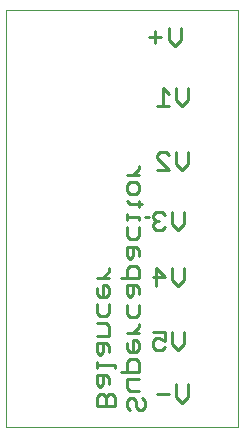
<source format=gbo>
G75*
%MOIN*%
%OFA0B0*%
%FSLAX25Y25*%
%IPPOS*%
%LPD*%
%AMOC8*
5,1,8,0,0,1.08239X$1,22.5*
%
%ADD10C,0.00000*%
%ADD11C,0.00900*%
D10*
X0001000Y0001000D02*
X0001000Y0139711D01*
X0078451Y0139711D01*
X0078451Y0001000D01*
X0001000Y0001000D01*
D11*
X0031450Y0007700D02*
X0031450Y0010753D01*
X0032468Y0011770D01*
X0033485Y0011770D01*
X0034503Y0010753D01*
X0034503Y0007700D01*
X0034503Y0010753D02*
X0035520Y0011770D01*
X0036538Y0011770D01*
X0037555Y0010753D01*
X0037555Y0007700D01*
X0031450Y0007700D01*
X0032468Y0014145D02*
X0033485Y0015163D01*
X0033485Y0018216D01*
X0034503Y0018216D02*
X0031450Y0018216D01*
X0031450Y0015163D01*
X0032468Y0014145D01*
X0035520Y0017198D02*
X0034503Y0018216D01*
X0035520Y0017198D02*
X0035520Y0015163D01*
X0037555Y0020591D02*
X0037555Y0021609D01*
X0031450Y0021609D01*
X0031450Y0022626D02*
X0031450Y0020591D01*
X0032468Y0024888D02*
X0033485Y0025906D01*
X0033485Y0028958D01*
X0034503Y0028958D02*
X0031450Y0028958D01*
X0031450Y0025906D01*
X0032468Y0024888D01*
X0035520Y0027941D02*
X0034503Y0028958D01*
X0035520Y0027941D02*
X0035520Y0025906D01*
X0035520Y0031333D02*
X0035520Y0034386D01*
X0034503Y0035404D01*
X0031450Y0035404D01*
X0032468Y0037779D02*
X0031450Y0038797D01*
X0031450Y0041849D01*
X0032468Y0044224D02*
X0031450Y0045242D01*
X0031450Y0047277D01*
X0032468Y0044224D02*
X0034503Y0044224D01*
X0035520Y0045242D01*
X0035520Y0047277D01*
X0034503Y0048295D01*
X0033485Y0048295D01*
X0033485Y0044224D01*
X0035520Y0041849D02*
X0035520Y0038797D01*
X0034503Y0037779D01*
X0032468Y0037779D01*
X0031450Y0031333D02*
X0035520Y0031333D01*
X0041450Y0032232D02*
X0045520Y0032232D01*
X0044503Y0029857D02*
X0043485Y0029857D01*
X0043485Y0025786D01*
X0042468Y0025786D02*
X0044503Y0025786D01*
X0045520Y0026804D01*
X0045520Y0028839D01*
X0044503Y0029857D01*
X0043485Y0032232D02*
X0045520Y0034267D01*
X0045520Y0035285D01*
X0044503Y0037603D02*
X0042468Y0037603D01*
X0041450Y0038621D01*
X0041450Y0041673D01*
X0042468Y0044049D02*
X0041450Y0045066D01*
X0041450Y0048119D01*
X0044503Y0048119D01*
X0045520Y0047101D01*
X0045520Y0045066D01*
X0045520Y0041673D02*
X0045520Y0038621D01*
X0044503Y0037603D01*
X0042468Y0044049D02*
X0043485Y0045066D01*
X0043485Y0048119D01*
X0041450Y0050494D02*
X0041450Y0053547D01*
X0042468Y0054564D01*
X0044503Y0054564D01*
X0045520Y0053547D01*
X0045520Y0050494D01*
X0039415Y0050494D01*
X0035520Y0050670D02*
X0031450Y0050670D01*
X0033485Y0050670D02*
X0035520Y0052705D01*
X0035520Y0053723D01*
X0041450Y0057957D02*
X0042468Y0056940D01*
X0043485Y0057957D01*
X0043485Y0061010D01*
X0042468Y0063385D02*
X0041450Y0064403D01*
X0041450Y0067455D01*
X0041450Y0069831D02*
X0041450Y0071866D01*
X0041450Y0070848D02*
X0045520Y0070848D01*
X0045520Y0069831D01*
X0047555Y0070848D02*
X0048573Y0070848D01*
X0050034Y0070520D02*
X0051052Y0069503D01*
X0050034Y0068485D01*
X0050034Y0067468D01*
X0051052Y0066450D01*
X0053087Y0066450D01*
X0054105Y0067468D01*
X0056480Y0068485D02*
X0056480Y0072555D01*
X0054105Y0071538D02*
X0053087Y0072555D01*
X0051052Y0072555D01*
X0050034Y0071538D01*
X0050034Y0070520D01*
X0051052Y0069503D02*
X0052069Y0069503D01*
X0056480Y0068485D02*
X0058515Y0066450D01*
X0060550Y0068485D01*
X0060550Y0072555D01*
X0059765Y0086450D02*
X0057730Y0088485D01*
X0057730Y0092555D01*
X0055355Y0091538D02*
X0054337Y0092555D01*
X0052302Y0092555D01*
X0051284Y0091538D01*
X0051284Y0090520D01*
X0055355Y0086450D01*
X0051284Y0086450D01*
X0045520Y0086905D02*
X0045520Y0087923D01*
X0045520Y0086905D02*
X0043485Y0084870D01*
X0042468Y0082495D02*
X0044503Y0082495D01*
X0045520Y0081477D01*
X0045520Y0079442D01*
X0044503Y0078425D01*
X0042468Y0078425D01*
X0041450Y0079442D01*
X0041450Y0081477D01*
X0042468Y0082495D01*
X0041450Y0084870D02*
X0045520Y0084870D01*
X0045520Y0076163D02*
X0045520Y0074128D01*
X0046538Y0075145D02*
X0042468Y0075145D01*
X0041450Y0076163D01*
X0045520Y0067455D02*
X0045520Y0064403D01*
X0044503Y0063385D01*
X0042468Y0063385D01*
X0041450Y0061010D02*
X0041450Y0057957D01*
X0041450Y0061010D02*
X0044503Y0061010D01*
X0045520Y0059992D01*
X0045520Y0057957D01*
X0050034Y0050753D02*
X0054105Y0050753D01*
X0051052Y0053805D01*
X0051052Y0047700D01*
X0056480Y0049735D02*
X0056480Y0053805D01*
X0056480Y0049735D02*
X0058515Y0047700D01*
X0060550Y0049735D01*
X0060550Y0053805D01*
X0060550Y0032555D02*
X0060550Y0028485D01*
X0058515Y0026450D01*
X0056480Y0028485D01*
X0056480Y0032555D01*
X0054105Y0032555D02*
X0054105Y0029503D01*
X0052069Y0030520D01*
X0051052Y0030520D01*
X0050034Y0029503D01*
X0050034Y0027468D01*
X0051052Y0026450D01*
X0053087Y0026450D01*
X0054105Y0027468D01*
X0054105Y0032555D02*
X0050034Y0032555D01*
X0044503Y0023411D02*
X0042468Y0023411D01*
X0041450Y0022394D01*
X0041450Y0019341D01*
X0041450Y0016966D02*
X0045520Y0016966D01*
X0045520Y0019341D02*
X0045520Y0022394D01*
X0044503Y0023411D01*
X0042468Y0025786D02*
X0041450Y0026804D01*
X0041450Y0028839D01*
X0039415Y0019341D02*
X0045520Y0019341D01*
X0045520Y0012895D02*
X0042468Y0012895D01*
X0041450Y0013913D01*
X0041450Y0016966D01*
X0042468Y0010520D02*
X0041450Y0009503D01*
X0041450Y0007468D01*
X0042468Y0006450D01*
X0044503Y0007468D02*
X0044503Y0009503D01*
X0043485Y0010520D01*
X0042468Y0010520D01*
X0044503Y0007468D02*
X0045520Y0006450D01*
X0046538Y0006450D01*
X0047555Y0007468D01*
X0047555Y0009503D01*
X0046538Y0010520D01*
X0051284Y0012003D02*
X0055355Y0012003D01*
X0057730Y0010985D02*
X0057730Y0015055D01*
X0057730Y0010985D02*
X0059765Y0008950D01*
X0061800Y0010985D01*
X0061800Y0015055D01*
X0059765Y0086450D02*
X0061800Y0088485D01*
X0061800Y0092555D01*
X0059765Y0107700D02*
X0057730Y0109735D01*
X0057730Y0113805D01*
X0055355Y0111770D02*
X0053319Y0113805D01*
X0053319Y0107700D01*
X0051284Y0107700D02*
X0055355Y0107700D01*
X0059765Y0107700D02*
X0061800Y0109735D01*
X0061800Y0113805D01*
X0057265Y0127700D02*
X0055230Y0129735D01*
X0055230Y0133805D01*
X0052855Y0130753D02*
X0048784Y0130753D01*
X0050819Y0132788D02*
X0050819Y0128718D01*
X0057265Y0127700D02*
X0059300Y0129735D01*
X0059300Y0133805D01*
M02*

</source>
